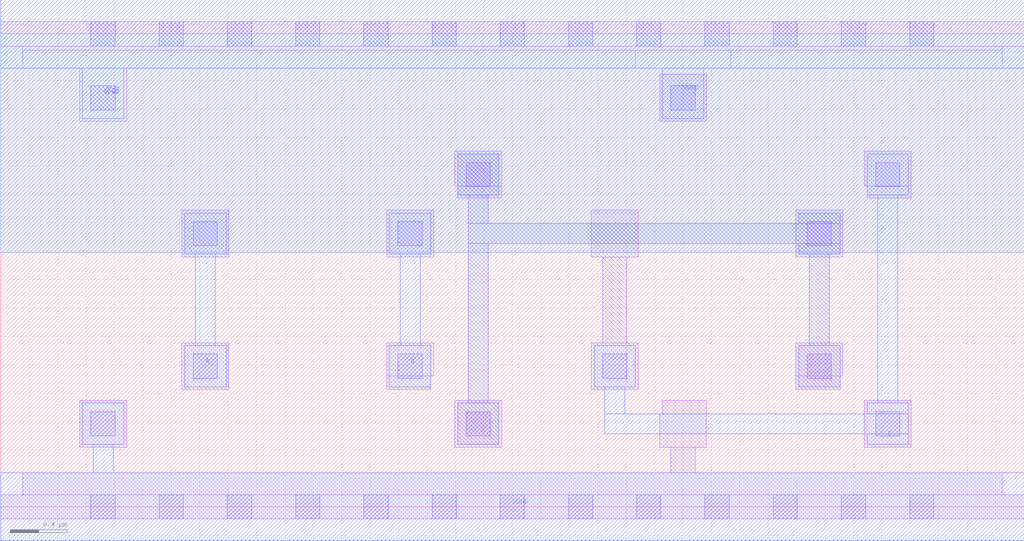
<source format=lef>
VERSION 5.7 ;
  NOWIREEXTENSIONATPIN ON ;
  DIVIDERCHAR "/" ;
  BUSBITCHARS "[]" ;
MACRO MARTIN1989
  CLASS CORE ;
  FOREIGN MARTIN1989 ;
  ORIGIN 0.000 0.000 ;
  SIZE 7.200 BY 3.330 ;
  SYMMETRY X Y ;
  SITE unit ;
  PIN A
    ANTENNAGATEAREA 0.189000 ;
    PORT
      LAYER met1 ;
        RECT 1.295 1.780 1.585 2.070 ;
        RECT 1.370 1.135 1.510 1.780 ;
        RECT 1.295 0.845 1.585 1.135 ;
    END
  END A
  PIN B
    ANTENNAGATEAREA 0.189000 ;
    PORT
      LAYER met1 ;
        RECT 2.735 1.780 3.025 2.070 ;
        RECT 2.810 1.135 2.950 1.780 ;
        RECT 2.735 0.845 3.025 1.135 ;
    END
  END B
  PIN C
    ANTENNAGATEAREA 0.189000 ;
    ANTENNADIFFAREA 1.031650 ;
    PORT
      LAYER met1 ;
        RECT 6.095 2.195 6.385 2.485 ;
        RECT 4.175 0.845 4.465 1.135 ;
        RECT 4.250 0.655 4.390 0.845 ;
        RECT 6.170 0.730 6.310 2.195 ;
        RECT 6.095 0.655 6.385 0.730 ;
        RECT 4.250 0.515 6.385 0.655 ;
        RECT 6.095 0.440 6.385 0.515 ;
    END
  END C
  PIN VGND
    ANTENNADIFFAREA 0.914200 ;
    PORT
      LAYER met1 ;
        RECT 0.575 0.440 0.865 0.730 ;
        RECT 0.650 0.240 0.790 0.440 ;
        RECT 0.000 -0.240 7.200 0.240 ;
    END
    PORT
      LAYER met1 ;
        RECT 0.000 3.090 7.200 3.570 ;
        RECT 0.575 2.735 0.865 3.090 ;
        RECT 4.655 2.735 4.945 3.090 ;
    END
  END VGND
  PIN VPWR
    ANTENNADIFFAREA 0.663600 ;
    PORT
      LAYER li1 ;
        RECT 0.000 3.245 7.200 3.415 ;
        RECT 0.155 3.215 7.045 3.245 ;
        RECT 0.155 3.090 4.465 3.215 ;
        RECT 5.135 3.090 7.045 3.215 ;
        RECT 0.555 2.715 0.885 3.090 ;
      LAYER mcon ;
        RECT 0.635 3.245 0.805 3.415 ;
        RECT 1.115 3.245 1.285 3.415 ;
        RECT 1.595 3.245 1.765 3.415 ;
        RECT 2.075 3.245 2.245 3.415 ;
        RECT 2.555 3.245 2.725 3.415 ;
        RECT 3.035 3.245 3.205 3.415 ;
        RECT 3.515 3.245 3.685 3.415 ;
        RECT 3.995 3.245 4.165 3.415 ;
        RECT 4.475 3.245 4.645 3.415 ;
        RECT 4.955 3.245 5.125 3.415 ;
        RECT 5.435 3.245 5.605 3.415 ;
        RECT 5.915 3.245 6.085 3.415 ;
        RECT 6.395 3.245 6.565 3.415 ;
        RECT 0.635 2.795 0.805 2.965 ;
    END
  END VPWR
  OBS
      LAYER nwell ;
        RECT 0.000 1.790 7.200 3.330 ;
      LAYER li1 ;
        RECT 4.635 2.715 4.965 3.045 ;
        RECT 3.195 2.260 3.525 2.505 ;
        RECT 6.075 2.260 6.405 2.505 ;
        RECT 3.215 2.175 3.525 2.260 ;
        RECT 6.095 2.175 6.405 2.260 ;
        RECT 1.275 1.760 1.605 2.090 ;
        RECT 2.715 1.760 3.045 2.090 ;
        RECT 4.155 1.760 4.485 2.090 ;
        RECT 5.595 1.760 5.925 2.090 ;
        RECT 4.235 1.155 4.405 1.760 ;
        RECT 1.275 0.825 1.605 1.155 ;
        RECT 2.715 0.920 3.045 1.155 ;
        RECT 2.715 0.825 3.025 0.920 ;
        RECT 4.155 0.825 4.485 1.155 ;
        RECT 5.595 0.920 5.925 1.155 ;
        RECT 5.595 0.825 5.905 0.920 ;
        RECT 0.555 0.420 0.885 0.750 ;
        RECT 3.195 0.420 3.525 0.750 ;
        RECT 4.655 0.655 4.965 0.750 ;
        RECT 4.635 0.420 4.965 0.655 ;
        RECT 6.075 0.420 6.405 0.750 ;
        RECT 4.715 0.240 4.885 0.420 ;
        RECT 0.155 0.085 7.045 0.240 ;
        RECT 0.000 -0.085 7.200 0.085 ;
      LAYER mcon ;
        RECT 4.715 2.795 4.885 2.965 ;
        RECT 3.275 2.255 3.445 2.425 ;
        RECT 6.155 2.255 6.325 2.425 ;
        RECT 1.355 1.840 1.525 2.010 ;
        RECT 2.795 1.840 2.965 2.010 ;
        RECT 5.675 1.840 5.845 2.010 ;
        RECT 1.355 0.905 1.525 1.075 ;
        RECT 2.795 0.905 2.965 1.075 ;
        RECT 4.235 0.905 4.405 1.075 ;
        RECT 5.675 0.905 5.845 1.075 ;
        RECT 0.635 0.500 0.805 0.670 ;
        RECT 3.275 0.500 3.445 0.670 ;
        RECT 6.155 0.500 6.325 0.670 ;
        RECT 0.635 -0.085 0.805 0.085 ;
        RECT 1.115 -0.085 1.285 0.085 ;
        RECT 1.595 -0.085 1.765 0.085 ;
        RECT 2.075 -0.085 2.245 0.085 ;
        RECT 2.555 -0.085 2.725 0.085 ;
        RECT 3.035 -0.085 3.205 0.085 ;
        RECT 3.515 -0.085 3.685 0.085 ;
        RECT 3.995 -0.085 4.165 0.085 ;
        RECT 4.475 -0.085 4.645 0.085 ;
        RECT 4.955 -0.085 5.125 0.085 ;
        RECT 5.435 -0.085 5.605 0.085 ;
        RECT 5.915 -0.085 6.085 0.085 ;
        RECT 6.395 -0.085 6.565 0.085 ;
      LAYER met1 ;
        RECT 3.215 2.195 3.505 2.485 ;
        RECT 3.290 1.995 3.430 2.195 ;
        RECT 5.615 1.995 5.905 2.070 ;
        RECT 3.290 1.855 5.905 1.995 ;
        RECT 3.290 0.730 3.430 1.855 ;
        RECT 5.615 1.780 5.905 1.855 ;
        RECT 5.690 1.135 5.830 1.780 ;
        RECT 5.615 0.845 5.905 1.135 ;
        RECT 3.215 0.440 3.505 0.730 ;
  END
END MARTIN1989
END LIBRARY


</source>
